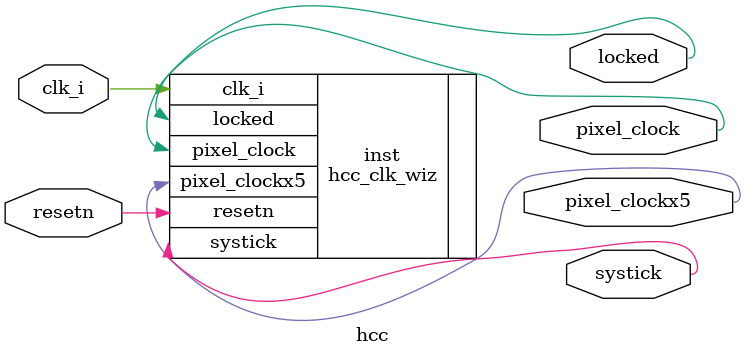
<source format=v>


`timescale 1ps/1ps

(* CORE_GENERATION_INFO = "hcc,clk_wiz_v6_0_4_0_0,{component_name=hcc,use_phase_alignment=true,use_min_o_jitter=false,use_max_i_jitter=false,use_dyn_phase_shift=false,use_inclk_switchover=false,use_dyn_reconfig=false,enable_axi=0,feedback_source=FDBK_AUTO,PRIMITIVE=MMCM,num_out_clk=3,clkin1_period=20.000,clkin2_period=10.0,use_power_down=false,use_reset=true,use_locked=true,use_inclk_stopped=false,feedback_type=SINGLE,CLOCK_MGR_TYPE=NA,manual_override=false}" *)

module hcc 
 (
  // Clock out ports
  output        systick,
  output        pixel_clock,
  output        pixel_clockx5,
  // Status and control signals
  input         resetn,
  output        locked,
 // Clock in ports
  input         clk_i
 );

  hcc_clk_wiz inst
  (
  // Clock out ports  
  .systick(systick),
  .pixel_clock(pixel_clock),
  .pixel_clockx5(pixel_clockx5),
  // Status and control signals               
  .resetn(resetn), 
  .locked(locked),
 // Clock in ports
  .clk_i(clk_i)
  );

endmodule

</source>
